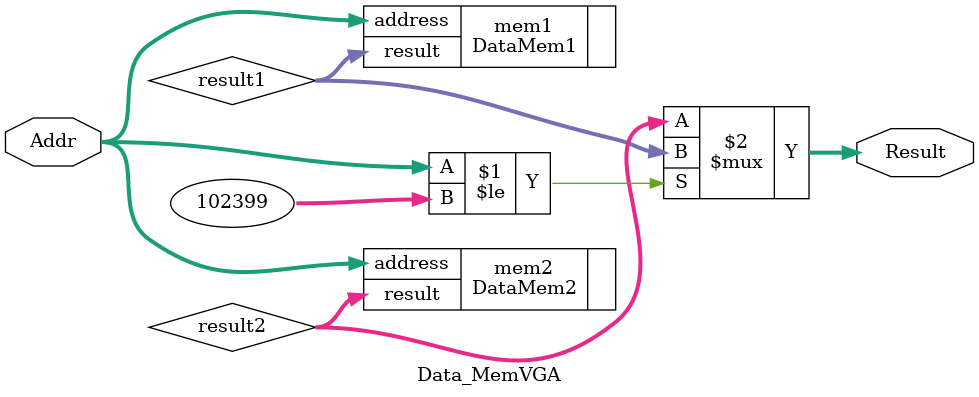
<source format=sv>
module Data_MemVGA(input logic [18:0] Addr, output logic [7:0] Result);


	logic [7:0] result1, result2;
//Memorias que contienen la imagen inicial
	DataMem1 mem1 (.address(Addr), .result(result1));
	DataMem2 mem2 (.address(Addr), .result(result2));
	
	assign Result = (Addr <= 102399) ? result1 : result2;
	
endmodule 
</source>
